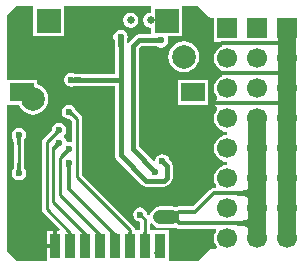
<source format=gbl>
G04*
G04 #@! TF.GenerationSoftware,Altium Limited,Altium Designer,20.2.6 (244)*
G04*
G04 Layer_Physical_Order=2*
G04 Layer_Color=16711680*
%FSLAX24Y24*%
%MOIN*%
G70*
G04*
G04 #@! TF.SameCoordinates,5BA78797-F0C5-4362-90F7-91A5E935EFA1*
G04*
G04*
G04 #@! TF.FilePolarity,Positive*
G04*
G01*
G75*
%ADD12C,0.0100*%
%ADD49C,0.0130*%
%ADD50C,0.0157*%
%ADD51C,0.0472*%
%ADD52C,0.0118*%
%ADD54C,0.0591*%
%ADD55C,0.0669*%
%ADD56R,0.0669X0.0669*%
%ADD57C,0.0256*%
%ADD58C,0.0236*%
%ADD59C,0.0315*%
%ADD60R,0.0354X0.0787*%
%ADD61C,0.0787*%
%ADD62R,0.0787X0.0591*%
%ADD63R,0.0787X0.0787*%
G36*
X6886Y8286D02*
X6886Y8286D01*
X6939Y8252D01*
X7000Y8239D01*
X7047D01*
Y7447D01*
X7283D01*
X7315Y7409D01*
X7313Y7400D01*
X7328Y7328D01*
X7324Y7317D01*
X7272Y7295D01*
X7177Y7223D01*
X7105Y7128D01*
X7059Y7018D01*
X7043Y6900D01*
X7059Y6782D01*
X7105Y6672D01*
X7177Y6577D01*
X7272Y6505D01*
X7324Y6483D01*
X7328Y6472D01*
X7313Y6400D01*
X7328Y6329D01*
X7324Y6317D01*
X7272Y6295D01*
X7177Y6223D01*
X7105Y6128D01*
X7059Y6018D01*
X7043Y5900D01*
X7059Y5782D01*
X7105Y5672D01*
X7157Y5604D01*
X7150Y5539D01*
X7140Y5532D01*
X7099Y5471D01*
X7085Y5400D01*
X7099Y5329D01*
X7140Y5268D01*
X7150Y5261D01*
X7157Y5196D01*
X7105Y5128D01*
X7059Y5018D01*
X7043Y4900D01*
X7059Y4782D01*
X7105Y4672D01*
X7177Y4577D01*
X7272Y4505D01*
X7382Y4459D01*
X7500Y4443D01*
Y4357D01*
X7382Y4341D01*
X7272Y4295D01*
X7177Y4223D01*
X7105Y4128D01*
X7059Y4018D01*
X7043Y3900D01*
X7059Y3782D01*
X7105Y3672D01*
X7177Y3577D01*
X7272Y3505D01*
X7382Y3459D01*
X7500Y3443D01*
Y3357D01*
X7382Y3341D01*
X7272Y3295D01*
X7177Y3223D01*
X7105Y3128D01*
X7059Y3018D01*
X7043Y2900D01*
X7059Y2782D01*
X7105Y2672D01*
X7135Y2632D01*
X7113Y2587D01*
X7050D01*
X6979Y2572D01*
X6918Y2532D01*
X6353Y1967D01*
X5870D01*
X5799Y1952D01*
X5783Y1942D01*
X5753Y1955D01*
X5660Y1967D01*
X5260D01*
X5167Y1955D01*
X5081Y1920D01*
X5007Y1863D01*
X4950Y1789D01*
X4916Y1705D01*
X4900Y1698D01*
X4865Y1687D01*
X4833Y1709D01*
X4818Y1787D01*
X4765Y1865D01*
X4687Y1918D01*
X4595Y1936D01*
X4503Y1918D01*
X4425Y1865D01*
X4372Y1787D01*
X4354Y1695D01*
X4372Y1603D01*
X4425Y1525D01*
X4503Y1472D01*
X4582Y1457D01*
Y1167D01*
X4425D01*
Y1177D01*
X4412Y1242D01*
X4374Y1298D01*
X2661Y3011D01*
Y4880D01*
X2648Y4946D01*
X2611Y5001D01*
X2543Y5070D01*
X2459Y5156D01*
X2439Y5179D01*
X2433Y5214D01*
X2380Y5292D01*
X2302Y5344D01*
X2210Y5362D01*
X2118Y5344D01*
X2040Y5292D01*
X1987Y5214D01*
X1969Y5122D01*
X1987Y5029D01*
X2040Y4951D01*
X2118Y4899D01*
X2210Y4881D01*
X2220Y4883D01*
X2221Y4882D01*
X2231Y4877D01*
X2245Y4869D01*
X2260Y4858D01*
X2319Y4808D01*
Y4137D01*
X2269Y4099D01*
X2210Y4111D01*
X2179Y4105D01*
X2122Y4144D01*
X2113Y4190D01*
X2060Y4268D01*
X2044Y4279D01*
Y4329D01*
X2060Y4340D01*
X2113Y4418D01*
X2131Y4510D01*
X2113Y4602D01*
X2060Y4680D01*
X1982Y4733D01*
X1890Y4751D01*
X1798Y4733D01*
X1720Y4680D01*
X1667Y4602D01*
X1654Y4533D01*
X1653Y4532D01*
X1650Y4526D01*
X1560Y4422D01*
X1359Y4221D01*
X1322Y4166D01*
X1309Y4100D01*
Y1871D01*
X1322Y1806D01*
X1359Y1750D01*
X1910Y1199D01*
X1889Y1149D01*
X1812D01*
Y655D01*
X1753D01*
Y596D01*
X1476D01*
Y161D01*
X1426Y161D01*
X467D01*
X161Y467D01*
Y5357D01*
X541D01*
X569Y5290D01*
X652Y5183D01*
X758Y5101D01*
X883Y5049D01*
X1017Y5032D01*
X1150Y5049D01*
X1275Y5101D01*
X1382Y5183D01*
X1464Y5290D01*
X1515Y5414D01*
X1533Y5548D01*
X1515Y5681D01*
X1464Y5806D01*
X1382Y5913D01*
X1275Y5995D01*
X1157Y6043D01*
Y6184D01*
X161D01*
Y8333D01*
X467Y8639D01*
X1026D01*
Y7633D01*
X2049D01*
Y8639D01*
X4963D01*
Y8439D01*
X4945Y8424D01*
X4849Y8405D01*
X4767Y8351D01*
X4713Y8269D01*
X4694Y8173D01*
X4713Y8077D01*
X4767Y7996D01*
X4849Y7942D01*
X4945Y7922D01*
X4963Y7908D01*
Y7701D01*
X4550D01*
X4473Y7685D01*
X4408Y7642D01*
X4208Y7442D01*
X4191Y7417D01*
X4141Y7432D01*
Y7475D01*
X4142Y7495D01*
X4142Y7498D01*
X4163Y7530D01*
X4182Y7622D01*
X4163Y7714D01*
X4111Y7792D01*
X4033Y7845D01*
X3941Y7863D01*
X3849Y7845D01*
X3770Y7792D01*
X3718Y7714D01*
X3700Y7622D01*
X3718Y7530D01*
X3737Y7501D01*
X3740Y7374D01*
Y6391D01*
X2447D01*
X2427Y6391D01*
X2424Y6391D01*
X2392Y6413D01*
X2300Y6431D01*
X2207Y6413D01*
X2129Y6360D01*
X2077Y6282D01*
X2059Y6190D01*
X2077Y6098D01*
X2129Y6020D01*
X2207Y5967D01*
X2300Y5949D01*
X2392Y5967D01*
X2421Y5987D01*
X2548Y5989D01*
X3740D01*
Y3679D01*
X3755Y3602D01*
X3799Y3537D01*
X4648Y2688D01*
X4713Y2645D01*
X4790Y2629D01*
X5380D01*
X5457Y2645D01*
X5522Y2688D01*
X5622Y2788D01*
X5665Y2853D01*
X5681Y2930D01*
Y3329D01*
X5665Y3406D01*
X5622Y3471D01*
X5565Y3528D01*
X5558Y3566D01*
X5505Y3644D01*
X5427Y3696D01*
X5335Y3715D01*
X5243Y3696D01*
X5165Y3644D01*
X5113Y3566D01*
X5096Y3486D01*
X5063Y3469D01*
X5045Y3466D01*
X4551Y3961D01*
Y7217D01*
X4633Y7299D01*
X5133D01*
X5152Y7299D01*
X5156Y7299D01*
X5188Y7277D01*
X5280Y7259D01*
X5372Y7277D01*
X5450Y7330D01*
X5503Y7408D01*
X5521Y7500D01*
X5504Y7583D01*
X5531Y7633D01*
X5986D01*
Y8639D01*
X6533D01*
X6886Y8286D01*
D02*
G37*
G36*
X5197Y7416D02*
X5193Y7417D01*
X5185Y7418D01*
X5156Y7420D01*
X4956Y7421D01*
Y7579D01*
X5197Y7584D01*
Y7416D01*
D02*
G37*
G36*
X4023Y7535D02*
X4023Y7528D01*
X4021Y7498D01*
X4019Y7298D01*
X3862D01*
X3857Y7539D01*
X4024D01*
X4023Y7535D01*
D02*
G37*
G36*
X2386Y6273D02*
X2394Y6272D01*
X2424Y6270D01*
X2624Y6269D01*
Y6111D01*
X2383Y6106D01*
Y6274D01*
X2386Y6273D01*
D02*
G37*
G36*
X2330Y5126D02*
X2335Y5117D01*
X2343Y5106D01*
X2370Y5075D01*
X2495Y4946D01*
X2443Y4856D01*
X2413Y4885D01*
X2334Y4953D01*
X2310Y4970D01*
X2289Y4983D01*
X2269Y4993D01*
X2251Y5000D01*
X2234Y5003D01*
X2219Y5004D01*
X2328Y5131D01*
X2330Y5126D01*
D02*
G37*
G36*
X1890Y4392D02*
X1879Y4390D01*
X1867Y4385D01*
X1851Y4377D01*
X1834Y4366D01*
X1814Y4352D01*
X1768Y4314D01*
X1714Y4262D01*
X1683Y4232D01*
X1612Y4303D01*
X1642Y4334D01*
X1746Y4454D01*
X1757Y4471D01*
X1765Y4487D01*
X1770Y4499D01*
X1772Y4510D01*
X1890Y4392D01*
D02*
G37*
G36*
X1899Y3980D02*
X1886Y3978D01*
X1872Y3974D01*
X1857Y3967D01*
X1840Y3958D01*
X1823Y3946D01*
X1804Y3932D01*
X1762Y3897D01*
X1715Y3853D01*
X1645Y3923D01*
X1668Y3947D01*
X1724Y4012D01*
X1738Y4031D01*
X1750Y4048D01*
X1759Y4065D01*
X1766Y4080D01*
X1770Y4094D01*
X1772Y4107D01*
X1899Y3980D01*
D02*
G37*
G36*
X2210Y3752D02*
X2199Y3750D01*
X2187Y3745D01*
X2171Y3737D01*
X2154Y3726D01*
X2134Y3712D01*
X2088Y3674D01*
X2034Y3622D01*
X2003Y3592D01*
X1932Y3663D01*
X1962Y3694D01*
X2066Y3814D01*
X2077Y3831D01*
X2085Y3847D01*
X2090Y3859D01*
X2092Y3870D01*
X2210Y3752D01*
D02*
G37*
G36*
X5100Y3246D02*
X4982Y3127D01*
X4980Y3130D01*
X4975Y3137D01*
X4955Y3158D01*
X4815Y3301D01*
X4926Y3412D01*
X5100Y3246D01*
D02*
G37*
G36*
X2289Y3320D02*
X2285Y3308D01*
X2281Y3293D01*
X2278Y3274D01*
X2273Y3223D01*
X2269Y3116D01*
X2269Y3071D01*
X2151D01*
X2151Y3116D01*
X2139Y3293D01*
X2135Y3308D01*
X2131Y3320D01*
X2126Y3327D01*
X2294D01*
X2289Y3320D01*
D02*
G37*
G36*
X8291Y2191D02*
X8259Y2218D01*
X8218Y2243D01*
X8171Y2264D01*
X8115Y2283D01*
X8052Y2299D01*
X7981Y2312D01*
X7903Y2322D01*
X7723Y2334D01*
X7621Y2335D01*
Y2465D01*
X7723Y2466D01*
X7981Y2488D01*
X8052Y2501D01*
X8115Y2517D01*
X8171Y2535D01*
X8218Y2557D01*
X8259Y2582D01*
X8291Y2609D01*
Y2191D01*
D02*
G37*
G36*
X4708Y1656D02*
X4710Y1653D01*
X4714Y1649D01*
X4773Y1588D01*
X4789Y1572D01*
X4718Y1501D01*
X4632Y1583D01*
X4707Y1658D01*
X4708Y1656D01*
D02*
G37*
G36*
X5819Y1600D02*
X5823Y1592D01*
X5830Y1582D01*
X5839Y1570D01*
X5885Y1519D01*
X5956Y1446D01*
X5864Y1354D01*
X5841Y1377D01*
X5755Y1452D01*
X5743Y1459D01*
X5734Y1463D01*
X5726Y1465D01*
X5721Y1465D01*
X5817Y1605D01*
X5819Y1600D01*
D02*
G37*
G36*
X8291Y1191D02*
X8259Y1218D01*
X8218Y1243D01*
X8171Y1265D01*
X8115Y1283D01*
X8052Y1299D01*
X7981Y1312D01*
X7903Y1322D01*
X7723Y1334D01*
X7621Y1335D01*
Y1465D01*
X7723Y1466D01*
X7981Y1488D01*
X8052Y1501D01*
X8115Y1517D01*
X8171Y1535D01*
X8218Y1557D01*
X8259Y1582D01*
X8291Y1609D01*
Y1191D01*
D02*
G37*
G36*
X4804Y1128D02*
X4805Y1111D01*
X4808Y1096D01*
X4811Y1083D01*
X4816Y1072D01*
X4821Y1063D01*
X4828Y1055D01*
X4835Y1050D01*
X4844Y1047D01*
X4853Y1046D01*
X4653D01*
X4663Y1047D01*
X4671Y1050D01*
X4679Y1055D01*
X4685Y1063D01*
X4691Y1072D01*
X4695Y1083D01*
X4699Y1096D01*
X4701Y1111D01*
X4703Y1128D01*
X4703Y1148D01*
X4803D01*
X4804Y1128D01*
D02*
G37*
G36*
X4304D02*
X4305Y1111D01*
X4308Y1096D01*
X4311Y1083D01*
X4316Y1072D01*
X4321Y1063D01*
X4328Y1055D01*
X4335Y1050D01*
X4344Y1047D01*
X4353Y1046D01*
X4153D01*
X4163Y1047D01*
X4171Y1050D01*
X4179Y1055D01*
X4185Y1063D01*
X4191Y1072D01*
X4195Y1083D01*
X4199Y1096D01*
X4201Y1111D01*
X4203Y1128D01*
X4203Y1148D01*
X4303D01*
X4304Y1128D01*
D02*
G37*
G36*
X3695Y1149D02*
X3742Y1108D01*
X3765Y1092D01*
X3786Y1078D01*
X3806Y1067D01*
X3826Y1058D01*
X3845Y1051D01*
X3863Y1048D01*
X3879Y1046D01*
X3577Y1048D01*
X3586Y1048D01*
X3592Y1051D01*
X3596Y1055D01*
X3597Y1061D01*
X3595Y1068D01*
X3591Y1078D01*
X3583Y1088D01*
X3573Y1101D01*
X3561Y1115D01*
X3545Y1131D01*
X3671Y1173D01*
X3695Y1149D01*
D02*
G37*
G36*
X3210Y1133D02*
X3250Y1099D01*
X3269Y1085D01*
X3287Y1073D01*
X3304Y1063D01*
X3321Y1056D01*
X3337Y1051D01*
X3352Y1047D01*
X3366Y1046D01*
X3083D01*
X3096Y1047D01*
X3106Y1049D01*
X3113Y1053D01*
X3118Y1058D01*
X3119Y1064D01*
X3118Y1072D01*
X3113Y1082D01*
X3106Y1092D01*
X3096Y1105D01*
X3083Y1118D01*
X3189Y1154D01*
X3210Y1133D01*
D02*
G37*
G36*
X2738D02*
X2778Y1099D01*
X2797Y1085D01*
X2815Y1073D01*
X2832Y1063D01*
X2849Y1056D01*
X2865Y1051D01*
X2880Y1047D01*
X2894Y1046D01*
X2611D01*
X2624Y1047D01*
X2634Y1049D01*
X2641Y1053D01*
X2646Y1058D01*
X2647Y1064D01*
X2646Y1072D01*
X2641Y1082D01*
X2634Y1092D01*
X2624Y1105D01*
X2611Y1118D01*
X2717Y1154D01*
X2738Y1133D01*
D02*
G37*
G36*
X2304Y1046D02*
X2203D01*
X2203Y1047D01*
X2203Y1048D01*
X2203Y1098D01*
X2303D01*
X2304Y1046D01*
D02*
G37*
G36*
X5007Y1357D02*
X5081Y1300D01*
X5167Y1265D01*
X5260Y1253D01*
X5660D01*
X5753Y1265D01*
X5773Y1273D01*
X5778Y1268D01*
X5839Y1228D01*
X5910Y1213D01*
X7113D01*
X7135Y1169D01*
X7105Y1128D01*
X7059Y1018D01*
X7043Y900D01*
X7059Y782D01*
X7105Y672D01*
X7151Y611D01*
X7127Y561D01*
X7000D01*
X6939Y548D01*
X6886Y514D01*
X6886Y514D01*
X6533Y161D01*
X5548D01*
Y1167D01*
X4925D01*
Y1383D01*
X4975Y1400D01*
X5007Y1357D01*
D02*
G37*
%LPC*%
G36*
X4275Y8424D02*
X4179Y8405D01*
X4098Y8351D01*
X4044Y8269D01*
X4024Y8173D01*
X4044Y8077D01*
X4098Y7996D01*
X4179Y7942D01*
X4275Y7922D01*
X4371Y7942D01*
X4453Y7996D01*
X4507Y8077D01*
X4526Y8173D01*
X4507Y8269D01*
X4453Y8351D01*
X4371Y8405D01*
X4275Y8424D01*
D02*
G37*
G36*
X6040Y7473D02*
X5907Y7456D01*
X5782Y7404D01*
X5675Y7322D01*
X5593Y7215D01*
X5542Y7091D01*
X5524Y6957D01*
X5542Y6824D01*
X5593Y6699D01*
X5675Y6592D01*
X5782Y6510D01*
X5907Y6459D01*
X6040Y6441D01*
X6174Y6459D01*
X6298Y6510D01*
X6405Y6592D01*
X6487Y6699D01*
X6539Y6824D01*
X6556Y6957D01*
X6539Y7091D01*
X6487Y7215D01*
X6405Y7322D01*
X6298Y7404D01*
X6174Y7456D01*
X6040Y7473D01*
D02*
G37*
G36*
X6866Y6184D02*
X5843D01*
Y5357D01*
X6866D01*
Y6184D01*
D02*
G37*
G36*
X550Y4595D02*
X458Y4576D01*
X380Y4524D01*
X327Y4446D01*
X309Y4354D01*
X327Y4262D01*
X367Y4203D01*
X367Y4202D01*
X368Y4195D01*
X379Y4058D01*
Y3358D01*
X377Y3307D01*
X372Y3254D01*
X369Y3237D01*
X367Y3226D01*
X367Y3225D01*
X327Y3167D01*
X309Y3074D01*
X327Y2982D01*
X380Y2904D01*
X458Y2852D01*
X550Y2833D01*
X642Y2852D01*
X720Y2904D01*
X773Y2982D01*
X791Y3074D01*
X773Y3167D01*
X733Y3225D01*
X733Y3226D01*
X732Y3233D01*
X721Y3370D01*
Y4070D01*
X723Y4121D01*
X728Y4174D01*
X731Y4191D01*
X733Y4202D01*
X733Y4203D01*
X773Y4262D01*
X791Y4354D01*
X773Y4446D01*
X720Y4524D01*
X642Y4576D01*
X550Y4595D01*
D02*
G37*
G36*
X1694Y1149D02*
X1476D01*
Y714D01*
X1694D01*
Y1149D01*
D02*
G37*
%LPD*%
G36*
X627Y4262D02*
X621Y4249D01*
X616Y4233D01*
X612Y4213D01*
X608Y4189D01*
X603Y4129D01*
X600Y4054D01*
X600Y4011D01*
X500D01*
X500Y4054D01*
X488Y4213D01*
X484Y4233D01*
X479Y4249D01*
X473Y4262D01*
X466Y4270D01*
X634D01*
X627Y4262D01*
D02*
G37*
G36*
X600Y3374D02*
X612Y3215D01*
X616Y3195D01*
X621Y3179D01*
X627Y3166D01*
X634Y3158D01*
X466D01*
X473Y3166D01*
X479Y3179D01*
X484Y3195D01*
X488Y3215D01*
X492Y3240D01*
X497Y3299D01*
X500Y3374D01*
X500Y3418D01*
X600D01*
X600Y3374D01*
D02*
G37*
D12*
X550Y3074D02*
Y4354D01*
X3931Y6190D02*
X3941Y6200D01*
Y7622D02*
Y7630D01*
X2248Y5122D02*
X2490Y4880D01*
Y2940D02*
Y4880D01*
Y2940D02*
X4253Y1177D01*
X4753Y977D02*
Y1537D01*
X4595Y1695D02*
X4753Y1537D01*
X1930Y3590D02*
X2210Y3870D01*
X1930Y2342D02*
Y3590D01*
Y2342D02*
X3253Y1019D01*
X1480Y4100D02*
X1890Y4510D01*
X1480Y1871D02*
X2253Y1098D01*
X1480Y1871D02*
Y4100D01*
X1680Y3888D02*
X1890Y4098D01*
X1680Y2120D02*
Y3888D01*
Y2120D02*
X2753Y1047D01*
X2210Y5122D02*
X2248D01*
X3253Y655D02*
Y1019D01*
X2753Y655D02*
Y1047D01*
X2253Y655D02*
Y1098D01*
X4753Y655D02*
Y977D01*
X4253Y655D02*
Y1177D01*
D49*
X7236Y6400D02*
X9500D01*
X7085Y5400D02*
X9500D01*
X7313Y7400D02*
X9489D01*
X9500Y7388D01*
X5910Y1400D02*
X8500D01*
X7050Y2400D02*
X8500D01*
X5700Y1610D02*
X5910Y1400D01*
X5700Y1610D02*
X5870Y1780D01*
X6430D01*
X7050Y2400D01*
D50*
X2300Y6190D02*
X3931D01*
X3941Y6200D02*
Y7622D01*
Y3679D02*
Y6200D01*
X4350Y7300D02*
X4550Y7500D01*
X5280D01*
X3941Y3679D02*
X4790Y2830D01*
X4350Y3877D02*
X5100Y3127D01*
X4350Y3877D02*
Y7300D01*
X4790Y2830D02*
X5380D01*
X5480Y2930D01*
Y3329D01*
X5335Y3474D02*
X5480Y3329D01*
D51*
X5260Y1610D02*
X5660D01*
D52*
X2210Y2550D02*
Y3410D01*
Y2550D02*
X3753Y1007D01*
Y655D02*
Y1007D01*
D54*
X9500Y7388D02*
Y7900D01*
Y6900D02*
Y7388D01*
Y5400D02*
Y5900D01*
Y4900D02*
Y5400D01*
X8500Y2900D02*
Y3900D01*
Y4900D01*
X9500Y900D02*
Y1900D01*
Y2900D01*
Y3900D01*
Y4900D01*
Y5900D02*
Y6400D01*
Y6900D01*
X8500Y1900D02*
Y2400D01*
Y2900D01*
Y900D02*
Y1400D01*
Y1900D01*
D55*
X7500Y2900D02*
D03*
Y3900D02*
D03*
Y4900D02*
D03*
Y5900D02*
D03*
Y6900D02*
D03*
Y1900D02*
D03*
Y900D02*
D03*
X8500Y2900D02*
D03*
Y3900D02*
D03*
Y4900D02*
D03*
Y5900D02*
D03*
Y6900D02*
D03*
Y1900D02*
D03*
Y900D02*
D03*
X9500Y2900D02*
D03*
Y3900D02*
D03*
Y4900D02*
D03*
Y5900D02*
D03*
Y6900D02*
D03*
Y1900D02*
D03*
Y900D02*
D03*
D56*
X7500Y7900D02*
D03*
X8500D02*
D03*
X9500D02*
D03*
D57*
X4945Y8173D02*
D03*
X4275D02*
D03*
D58*
X6260Y2101D02*
D03*
X5236D02*
D03*
X6690Y611D02*
D03*
X6012Y400D02*
D03*
X1800Y5800D02*
D03*
X2200D02*
D03*
X2611Y5783D02*
D03*
X6500Y8300D02*
D03*
X5100Y6000D02*
D03*
X2257Y8518D02*
D03*
X2619D02*
D03*
X3521Y7286D02*
D03*
X3507Y7779D02*
D03*
X5507Y5998D02*
D03*
X5667Y3920D02*
D03*
X374Y1222D02*
D03*
X999Y2101D02*
D03*
X335Y7482D02*
D03*
X3257Y5650D02*
D03*
X1007Y2400D02*
D03*
X757Y400D02*
D03*
X1257D02*
D03*
X6507Y4150D02*
D03*
X7007Y4400D02*
D03*
X4757Y5650D02*
D03*
X6507Y7900D02*
D03*
X550Y3074D02*
D03*
Y4354D02*
D03*
X2300Y6190D02*
D03*
X5280Y7500D02*
D03*
X3941Y7622D02*
D03*
X1890Y4510D02*
D03*
X2210Y3410D02*
D03*
X4595Y1695D02*
D03*
X1890Y4098D02*
D03*
X2210Y3870D02*
D03*
Y5122D02*
D03*
X5335Y3474D02*
D03*
X5100Y3127D02*
D03*
D59*
X5660Y1610D02*
D03*
X5220Y420D02*
D03*
X5260Y1610D02*
D03*
D60*
X1753Y655D02*
D03*
X2753D02*
D03*
X3253D02*
D03*
X4253D02*
D03*
X2253D02*
D03*
X3753D02*
D03*
X4753D02*
D03*
X5253D02*
D03*
D61*
X6040Y6957D02*
D03*
X1017Y5548D02*
D03*
D62*
X646Y5771D02*
D03*
X6354D02*
D03*
D63*
X1538Y8145D02*
D03*
X5475D02*
D03*
M02*

</source>
